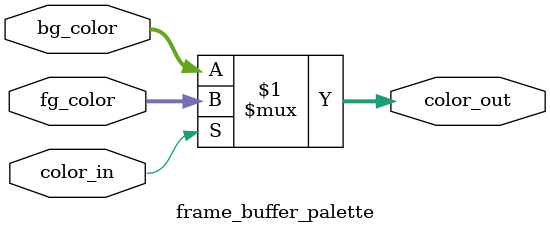
<source format=sv>
module frame_buffer_palette (
	input  logic        color_in ,
	input  logic [11:0] fg_color ,
	input  logic [11:0] bg_color ,
	output logic [11:0] color_out
);
	// logic [3:0] r_out;
	// logic [3:0] g_out;
	// logic [3:0] b_out;

	// body
	// assign r_out     = {color_in, color_in, color_in};
	// assign g_out     = 0;//{color_in, color_in, color_in};
	// assign b_out     = 0;//{color_in, color_in, color_in};
	assign color_out = color_in ? fg_color : bg_color;
endmodule


</source>
